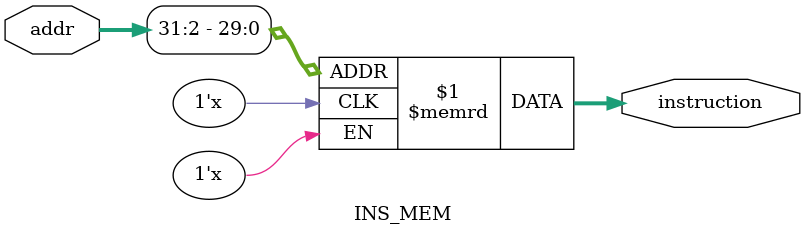
<source format=v>
`timescale 1ns / 1ps

module INS_MEM(addr, instruction);
    input [31:0] addr;
    output [31:0] instruction;
    
    reg [31:0] mem [1023:0];
    
    assign instruction = mem[addr[31:2]];
endmodule
</source>
